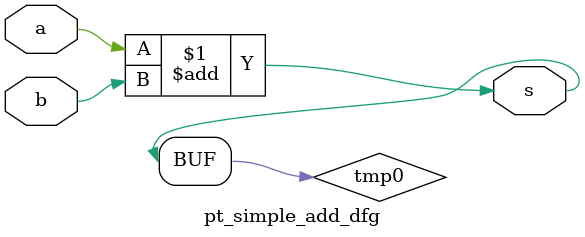
<source format=v>
/* Generated by Yosys 0.7+627 (git sha1 e275692e, gcc 8.1.1 -march=x86-64 -mtune=generic -O2 -fstack-protector-strong -fno-plt -fPIC -Os) */

module pt_simple_add_dfg(a, b, s);
  input a;
  input b;
  output s;
  wire tmp0;
  assign tmp0 = a + b;
  assign s = tmp0;
endmodule

</source>
